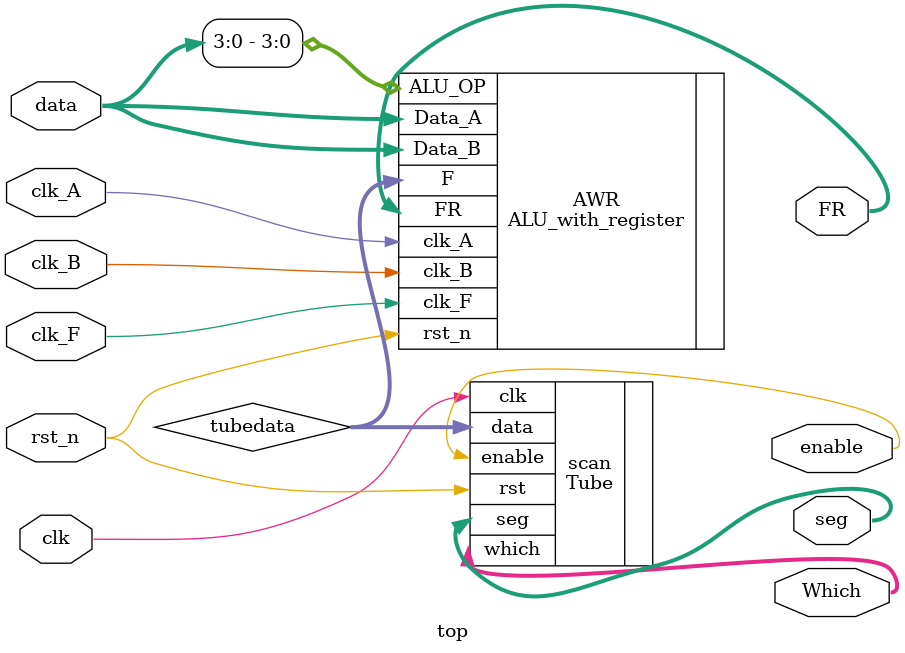
<source format=v>
`timescale 1ns / 1ps


module top(
    input clk_F,rst_n,clk_A,clk_B,clk,
    input[31:0] data,
    output[3:0] FR,
    output[2:0] Which,
    output[7:0] seg,
    output enable
    );
    wire[31:0] tubedata;
    ALU_with_register AWR(.Data_A(data),.Data_B(data),.ALU_OP(data[3:0]),
                          .clk_A(clk_A),.clk_B(clk_B),.clk_F(clk_F),.rst_n(rst_n),
                          .F(tubedata),.FR(FR));
    Tube scan(.clk(clk),.rst(rst_n),.data(tubedata),.enable(enable),.which(Which),.seg(seg));
endmodule

</source>
